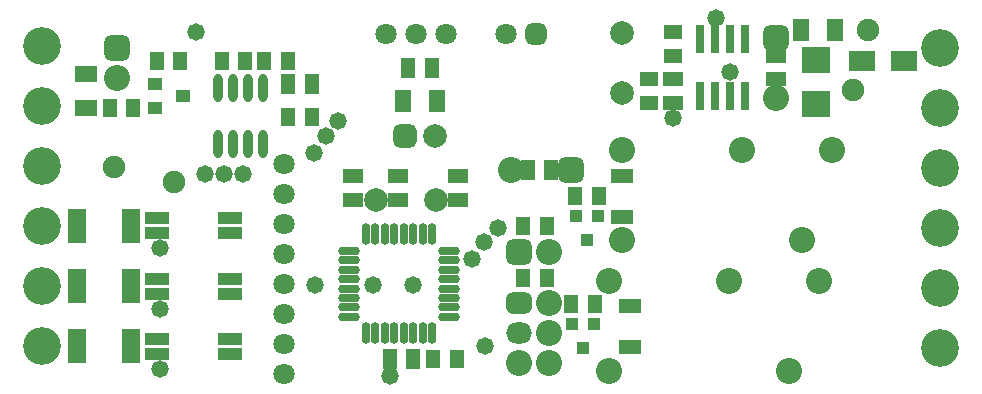
<source format=gbs>
G04 Layer_Color=16711935*
%FSLAX43Y43*%
%MOMM*%
G71*
G01*
G75*
%ADD57R,1.553X1.303*%
%ADD58R,1.653X1.253*%
%ADD61R,1.303X1.553*%
%ADD63C,2.203*%
%ADD64C,3.203*%
%ADD65C,1.803*%
%ADD66O,2.203X1.803*%
G04:AMPARAMS|DCode=67|XSize=1.803mm|YSize=2.203mm|CornerRadius=0.502mm|HoleSize=0mm|Usage=FLASHONLY|Rotation=270.000|XOffset=0mm|YOffset=0mm|HoleType=Round|Shape=RoundedRectangle|*
%AMROUNDEDRECTD67*
21,1,1.803,1.200,0,0,270.0*
21,1,0.800,2.203,0,0,270.0*
1,1,1.003,-0.600,-0.400*
1,1,1.003,-0.600,0.400*
1,1,1.003,0.600,0.400*
1,1,1.003,0.600,-0.400*
%
%ADD67ROUNDEDRECTD67*%
G04:AMPARAMS|DCode=68|XSize=2.203mm|YSize=2.203mm|CornerRadius=0.602mm|HoleSize=0mm|Usage=FLASHONLY|Rotation=0.000|XOffset=0mm|YOffset=0mm|HoleType=Round|Shape=RoundedRectangle|*
%AMROUNDEDRECTD68*
21,1,2.203,1.000,0,0,0.0*
21,1,1.000,2.203,0,0,0.0*
1,1,1.203,0.500,-0.500*
1,1,1.203,-0.500,-0.500*
1,1,1.203,-0.500,0.500*
1,1,1.203,0.500,0.500*
%
%ADD68ROUNDEDRECTD68*%
%ADD69C,2.003*%
G04:AMPARAMS|DCode=70|XSize=2.203mm|YSize=2.203mm|CornerRadius=0.602mm|HoleSize=0mm|Usage=FLASHONLY|Rotation=270.000|XOffset=0mm|YOffset=0mm|HoleType=Round|Shape=RoundedRectangle|*
%AMROUNDEDRECTD70*
21,1,2.203,1.000,0,0,270.0*
21,1,1.000,2.203,0,0,270.0*
1,1,1.203,-0.500,-0.500*
1,1,1.203,-0.500,0.500*
1,1,1.203,0.500,0.500*
1,1,1.203,0.500,-0.500*
%
%ADD70ROUNDEDRECTD70*%
%ADD71C,1.903*%
G04:AMPARAMS|DCode=72|XSize=1.803mm|YSize=1.803mm|CornerRadius=0.502mm|HoleSize=0mm|Usage=FLASHONLY|Rotation=180.000|XOffset=0mm|YOffset=0mm|HoleType=Round|Shape=RoundedRectangle|*
%AMROUNDEDRECTD72*
21,1,1.803,0.800,0,0,180.0*
21,1,0.800,1.803,0,0,180.0*
1,1,1.003,-0.400,0.400*
1,1,1.003,0.400,0.400*
1,1,1.003,0.400,-0.400*
1,1,1.003,-0.400,-0.400*
%
%ADD72ROUNDEDRECTD72*%
G04:AMPARAMS|DCode=73|XSize=2.003mm|YSize=2.003mm|CornerRadius=0.552mm|HoleSize=0mm|Usage=FLASHONLY|Rotation=0.000|XOffset=0mm|YOffset=0mm|HoleType=Round|Shape=RoundedRectangle|*
%AMROUNDEDRECTD73*
21,1,2.003,0.900,0,0,0.0*
21,1,0.900,2.003,0,0,0.0*
1,1,1.103,0.450,-0.450*
1,1,1.103,-0.450,-0.450*
1,1,1.103,-0.450,0.450*
1,1,1.103,0.450,0.450*
%
%ADD73ROUNDEDRECTD73*%
%ADD74C,1.473*%
%ADD75R,1.303X1.103*%
%ADD76R,1.953X1.453*%
%ADD77R,1.253X1.653*%
%ADD78R,2.153X1.103*%
%ADD79R,1.553X2.853*%
%ADD80R,1.003X1.103*%
%ADD81R,1.853X1.253*%
%ADD82R,0.803X2.403*%
%ADD83R,1.453X1.953*%
%ADD84R,2.353X2.303*%
%ADD85R,2.203X1.753*%
%ADD86O,0.803X2.403*%
%ADD87O,0.753X1.853*%
%ADD88O,1.853X0.753*%
D57*
X86400Y59500D02*
D03*
Y57500D02*
D03*
X88400Y63500D02*
D03*
Y61500D02*
D03*
D58*
X61300Y49300D02*
D03*
Y51300D02*
D03*
X65100Y49300D02*
D03*
Y51300D02*
D03*
X70200Y49300D02*
D03*
Y51300D02*
D03*
X88400Y59500D02*
D03*
Y57500D02*
D03*
X97100Y61500D02*
D03*
Y59500D02*
D03*
D61*
X42700Y57100D02*
D03*
X40700D02*
D03*
X44700Y61100D02*
D03*
X46700D02*
D03*
X50200D02*
D03*
X52200D02*
D03*
X55800D02*
D03*
X53800D02*
D03*
X55800Y56300D02*
D03*
X57800D02*
D03*
X68100Y35800D02*
D03*
X70100D02*
D03*
X79800Y40500D02*
D03*
X81800D02*
D03*
X75700Y42700D02*
D03*
X77700D02*
D03*
X75700Y47100D02*
D03*
X77700D02*
D03*
X80100Y49600D02*
D03*
X82100D02*
D03*
D63*
X83000Y34780D02*
D03*
X98240D02*
D03*
X100780Y42400D02*
D03*
X93160D02*
D03*
X83000D02*
D03*
X84100Y45880D02*
D03*
X99340D02*
D03*
X101880Y53500D02*
D03*
X94260D02*
D03*
X84100D02*
D03*
X77940Y35520D02*
D03*
X75400D02*
D03*
X77940Y38060D02*
D03*
Y40600D02*
D03*
Y44900D02*
D03*
X74660Y51800D02*
D03*
X97100Y57960D02*
D03*
X41300Y59660D02*
D03*
D64*
X111000Y36800D02*
D03*
Y41880D02*
D03*
Y46960D02*
D03*
Y52040D02*
D03*
Y57120D02*
D03*
Y62200D02*
D03*
X35000Y36900D02*
D03*
Y41980D02*
D03*
Y47060D02*
D03*
Y52140D02*
D03*
Y57220D02*
D03*
Y62300D02*
D03*
D65*
X55500Y52380D02*
D03*
Y49840D02*
D03*
Y47300D02*
D03*
Y44760D02*
D03*
Y42220D02*
D03*
Y39680D02*
D03*
Y37140D02*
D03*
Y34600D02*
D03*
X74260Y63325D02*
D03*
X69180D02*
D03*
X66640D02*
D03*
X64100D02*
D03*
D66*
X75400Y38060D02*
D03*
D67*
Y40600D02*
D03*
D68*
Y44900D02*
D03*
X79740Y51800D02*
D03*
D69*
X84100Y63440D02*
D03*
Y58360D02*
D03*
X63220Y49300D02*
D03*
X68300D02*
D03*
X68270Y54700D02*
D03*
D70*
X97100Y63040D02*
D03*
X41300Y62200D02*
D03*
D71*
X104900Y63680D02*
D03*
X103630Y58600D02*
D03*
X46180Y50800D02*
D03*
X41100Y52070D02*
D03*
D72*
X76800Y63325D02*
D03*
D73*
X65730Y54700D02*
D03*
D74*
X64400Y34400D02*
D03*
X66400Y42100D02*
D03*
X63000D02*
D03*
X72500Y36900D02*
D03*
X45000Y35000D02*
D03*
Y40100D02*
D03*
X52000Y51500D02*
D03*
X50400D02*
D03*
X48800D02*
D03*
X45000Y45200D02*
D03*
X58100Y42100D02*
D03*
X73600Y46900D02*
D03*
X72400Y45700D02*
D03*
X71400Y44300D02*
D03*
X93200Y60100D02*
D03*
X92000Y64700D02*
D03*
X88400Y56200D02*
D03*
X48000Y63500D02*
D03*
X58000Y53300D02*
D03*
X59000Y54700D02*
D03*
X60000Y56000D02*
D03*
D75*
X44525Y57050D02*
D03*
Y59150D02*
D03*
X46875Y58100D02*
D03*
D76*
X38700Y59925D02*
D03*
Y57075D02*
D03*
D77*
X57800Y59100D02*
D03*
X55800D02*
D03*
X66400Y35800D02*
D03*
X64400D02*
D03*
X78100Y51800D02*
D03*
X76100D02*
D03*
X66000Y60500D02*
D03*
X68000D02*
D03*
D78*
X44725Y36265D02*
D03*
Y37535D02*
D03*
X50875Y36265D02*
D03*
Y37535D02*
D03*
X44725Y41365D02*
D03*
Y42635D02*
D03*
X50875Y41365D02*
D03*
Y42635D02*
D03*
X44725Y46465D02*
D03*
Y47735D02*
D03*
X50875Y46465D02*
D03*
Y47735D02*
D03*
D79*
X37900Y36900D02*
D03*
X42500D02*
D03*
X37900Y42000D02*
D03*
X42500D02*
D03*
X37900Y47100D02*
D03*
X42500D02*
D03*
D80*
X80800Y36800D02*
D03*
X81750Y38800D02*
D03*
X79850D02*
D03*
X81100Y45900D02*
D03*
X82050Y47900D02*
D03*
X80150D02*
D03*
D81*
X84800Y40325D02*
D03*
Y36875D02*
D03*
X84100Y51325D02*
D03*
Y47875D02*
D03*
D82*
X90695Y62925D02*
D03*
X91965D02*
D03*
X93235D02*
D03*
X94505D02*
D03*
X90695Y58075D02*
D03*
X91965D02*
D03*
X93235D02*
D03*
X94505D02*
D03*
D83*
X102125Y63700D02*
D03*
X99275D02*
D03*
X65575Y57700D02*
D03*
X68425D02*
D03*
D84*
X100500Y61175D02*
D03*
Y57425D02*
D03*
D85*
X104422Y61100D02*
D03*
X107978D02*
D03*
D86*
X53705Y54000D02*
D03*
X52435D02*
D03*
X51165D02*
D03*
X49895D02*
D03*
X53705Y58800D02*
D03*
X52435D02*
D03*
X51165D02*
D03*
X49895D02*
D03*
D87*
X62400Y46400D02*
D03*
X63200D02*
D03*
X64000D02*
D03*
X64800D02*
D03*
X65600D02*
D03*
X66400D02*
D03*
X67200D02*
D03*
X68000D02*
D03*
Y38000D02*
D03*
X67200D02*
D03*
X66400D02*
D03*
X65600D02*
D03*
X64800D02*
D03*
X64000D02*
D03*
X63200D02*
D03*
X62400D02*
D03*
D88*
X69400Y45000D02*
D03*
Y44200D02*
D03*
Y43400D02*
D03*
Y42600D02*
D03*
Y41800D02*
D03*
Y41000D02*
D03*
Y40200D02*
D03*
Y39400D02*
D03*
X61000D02*
D03*
Y40200D02*
D03*
Y41000D02*
D03*
Y41800D02*
D03*
Y42600D02*
D03*
Y43400D02*
D03*
Y44200D02*
D03*
Y45000D02*
D03*
M02*

</source>
